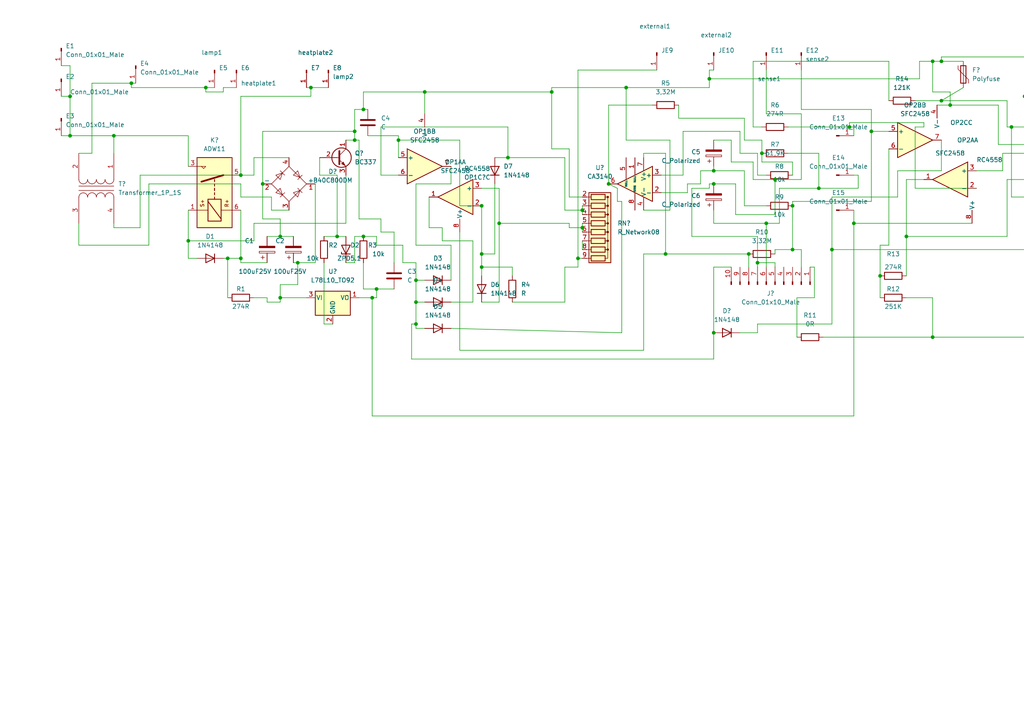
<source format=kicad_sch>
(kicad_sch (version 20211123) (generator eeschema)
  (paper "A4")
  (lib_symbols
    (symbol "Amplifier_Operational:CA3140" (pin_names (offset 0.127))
      (property "Reference" "U" (at 6.35 5.08 0))
      (property "Value" "CA3140" (at 6.35 2.54 0))
      (symbol "CA3140_1_1"
        (pin passive line (at 0 7.62 270) (length 5.08) (name "NULL") (number "1"))
        (pin input line (at -7.62 -2.54 0) (length 2.54) (name "-") (number "2"))
        (pin input line (at -7.62 2.54 0) (length 2.54) (name "+") (number "3"))
        (pin power_in line (at -2.54 -7.62 90) (length 3.81) (name "V-") (number "4"))
        (pin passive line (at 2.54 7.62 270) (length 6.35) (name "NULL") (number "5"))
        (pin output line (at 7.62 0 180) (length 2.54) (name "~") (number "6"))
        (pin power_in line (at -2.54 7.62 270) (length 3.81) (name "V+") (number "7"))
        (pin passive line (at 0 -7.62 90) (length 5.08) (name "STRB") (number "8"))
      )
    )
    (symbol "Amplifier_Operational:RC4558" (pin_names (offset 0.127))
      (property "Reference" "U" (at 0 5.08 0))
      (property "Value" "RC4558" (at 0 -5.08 0))
      (symbol "RC4558_1_1"
        (pin output line (at 7.62 0 180) (length 2.54) (name "~") (number "1"))
        (pin input line (at -7.62 -2.54 0) (length 2.54) (name "-") (number "2"))
        (pin input line (at -7.62 2.54 0) (length 2.54) (name "+") (number "3"))
      )
      (symbol "RC4558_2_1"
        (pin input line (at -7.62 2.54 0) (length 2.54) (name "+") (number "5"))
        (pin input line (at -7.62 -2.54 0) (length 2.54) (name "-") (number "6"))
        (pin output line (at 7.62 0 180) (length 2.54) (name "~") (number "7"))
      )
      (symbol "RC4558_3_1"
        (pin power_in line (at -2.54 -7.62 90) (length 3.81) (name "V-") (number "4"))
        (pin power_in line (at -2.54 7.62 270) (length 3.81) (name "V+") (number "8"))
      )
    )
    (symbol "Connector:Conn_01x01_Male" (pin_names (offset 1.016) hide)
      (property "Reference" "J" (at 0 2.54 0))
      (property "Value" "Conn_01x01_Male" (at 0 -2.54 0))
      (symbol "Conn_01x01_Male_1_1"
        (pin passive line (at 5.08 0 180) (length 3.81) (name "Pin_1") (number "1"))
      )
    )
    (symbol "Connector:Conn_01x10_Male" (pin_names (offset 1.016) hide)
      (property "Reference" "J" (at 0 12.7 0))
      (property "Value" "Conn_01x10_Male" (at 0 -15.24 0))
      (symbol "Conn_01x10_Male_1_1"
        (pin passive line (at 5.08 10.16 180) (length 3.81) (name "Pin_1") (number "1"))
        (pin passive line (at 5.08 -12.7 180) (length 3.81) (name "Pin_10") (number "10"))
        (pin passive line (at 5.08 7.62 180) (length 3.81) (name "Pin_2") (number "2"))
        (pin passive line (at 5.08 5.08 180) (length 3.81) (name "Pin_3") (number "3"))
        (pin passive line (at 5.08 2.54 180) (length 3.81) (name "Pin_4") (number "4"))
        (pin passive line (at 5.08 0 180) (length 3.81) (name "Pin_5") (number "5"))
        (pin passive line (at 5.08 -2.54 180) (length 3.81) (name "Pin_6") (number "6"))
        (pin passive line (at 5.08 -5.08 180) (length 3.81) (name "Pin_7") (number "7"))
        (pin passive line (at 5.08 -7.62 180) (length 3.81) (name "Pin_8") (number "8"))
        (pin passive line (at 5.08 -10.16 180) (length 3.81) (name "Pin_9") (number "9"))
      )
    )
    (symbol "Device:C" (pin_numbers hide) (pin_names (offset 0.254))
      (property "Reference" "C" (at 0.635 2.54 0))
      (property "Value" "C" (at 0.635 -2.54 0))
      (symbol "C_1_1"
        (pin passive line (at 0 3.81 270) (length 2.794) (name "~") (number "1"))
        (pin passive line (at 0 -3.81 90) (length 2.794) (name "~") (number "2"))
      )
    )
    (symbol "Device:C_Polarized" (pin_numbers hide) (pin_names (offset 0.254))
      (property "Reference" "C" (at 0.635 2.54 0))
      (property "Value" "C_Polarized" (at 0.635 -2.54 0))
      (symbol "C_Polarized_1_1"
        (pin passive line (at 0 3.81 270) (length 2.794) (name "~") (number "1"))
        (pin passive line (at 0 -3.81 90) (length 2.794) (name "~") (number "2"))
      )
    )
    (symbol "Device:Polyfuse" (pin_numbers hide) (pin_names (offset 0))
      (property "Reference" "F" (at -2.54 0 90))
      (property "Value" "Polyfuse" (at 2.54 0 90))
      (symbol "Polyfuse_1_1"
        (pin passive line (at 0 3.81 270) (length 1.27) (name "~") (number "1"))
        (pin passive line (at 0 -3.81 90) (length 1.27) (name "~") (number "2"))
      )
    )
    (symbol "Device:R" (pin_numbers hide) (pin_names (offset 0))
      (property "Reference" "R" (at 2.032 0 90))
      (property "Value" "R" (at 0 0 90))
      (symbol "R_1_1"
        (pin passive line (at 0 3.81 270) (length 1.27) (name "~") (number "1"))
        (pin passive line (at 0 -3.81 90) (length 1.27) (name "~") (number "2"))
      )
    )
    (symbol "Device:Transformer_1P_1S" (pin_names (offset 1.016) hide)
      (property "Reference" "T" (at 0 6.35 0))
      (property "Value" "Transformer_1P_1S" (at 0 -7.62 0))
      (symbol "Transformer_1P_1S_1_1"
        (pin passive line (at -10.16 5.08 0) (length 7.62) (name "AA") (number "1"))
        (pin passive line (at -10.16 -5.08 0) (length 7.62) (name "AB") (number "2"))
        (pin passive line (at 10.16 -5.08 180) (length 7.62) (name "SA") (number "3"))
        (pin passive line (at 10.16 5.08 180) (length 7.62) (name "SB") (number "4"))
      )
    )
    (symbol "Diode:1N4148" (pin_numbers hide) (pin_names (offset 1.016) hide)
      (property "Reference" "D" (at 0 2.54 0))
      (property "Value" "1N4148" (at 0 -2.54 0))
      (symbol "1N4148_1_1"
        (pin passive line (at -3.81 0 0) (length 2.54) (name "K") (number "1"))
        (pin passive line (at 3.81 0 180) (length 2.54) (name "A") (number "2"))
      )
    )
    (symbol "Diode:ZPDxx" (pin_numbers hide) (pin_names (offset 1.016) hide)
      (property "Reference" "D" (at 0 2.54 0))
      (property "Value" "ZPDxx" (at 0 -2.54 0))
      (symbol "ZPDxx_1_1"
        (pin passive line (at -3.81 0 0) (length 2.54) (name "K") (number "1"))
        (pin passive line (at 3.81 0 180) (length 2.54) (name "A") (number "2"))
      )
    )
    (symbol "Diode_Bridge:B40C800DM" (pin_names (offset 0))
      (property "Reference" "D" (at 2.54 6.985 0))
      (property "Value" "B40C800DM" (at 2.54 5.08 0))
      (symbol "B40C800DM_1_1"
        (pin passive line (at 7.62 0 180) (length 2.54) (name "+") (number "1"))
        (pin passive line (at -7.62 0 0) (length 2.54) (name "-") (number "2"))
        (pin passive line (at 0 -7.62 90) (length 2.54) (name "~") (number "3"))
        (pin passive line (at 0 7.62 270) (length 2.54) (name "~") (number "4"))
      )
    )
    (symbol "RC4558_1" (pin_names (offset 0.127))
      (property "Reference" "OP1C" (at 8.89 20.3201 0))
      (property "Value" "RC4558_1" (at 8.89 17.7801 0))
      (symbol "RC4558_1_1_1"
        (pin output line (at 7.62 0 180) (length 2.54) (name "~") (number "1"))
        (pin input line (at -7.62 -2.54 0) (length 2.54) (name "-") (number "2"))
        (pin input line (at -7.62 2.54 0) (length 2.54) (name "+") (number "3"))
      )
      (symbol "RC4558_1_2_1"
        (pin input line (at -7.62 2.54 0) (length 2.54) (name "+") (number "5"))
        (pin input line (at -7.62 -2.54 0) (length 2.54) (name "-") (number "6"))
        (pin output line (at 7.62 0 180) (length 2.54) (name "~") (number "7"))
      )
      (symbol "RC4558_1_3_1"
        (pin power_in line (at -2.54 -7.62 90) (length 3.81) (name "V-") (number "4"))
        (pin power_in line (at 7.62 26.67 270) (length 3.81) (name "V+") (number "8"))
      )
    )
    (symbol "R_Network08_1" (pin_names (offset 0) hide)
      (property "Reference" "RN?" (at 10.16 1.0161 0))
      (property "Value" "R_Network08_1" (at 10.16 -1.5239 0))
      (symbol "R_Network08_1_1_1"
        (pin passive line (at -10.16 -5.08 90) (length 1.27) (name "R1") (number "2"))
        (pin passive line (at -7.62 -5.08 90) (length 1.27) (name "R2") (number "3"))
        (pin passive line (at -5.08 -5.08 90) (length 1.27) (name "R3") (number "4"))
        (pin passive line (at -2.54 -5.08 90) (length 1.27) (name "R4") (number "5"))
        (pin passive line (at 0 -5.08 90) (length 1.27) (name "R5") (number "6"))
        (pin passive line (at 2.54 -5.08 90) (length 1.27) (name "R6") (number "7"))
        (pin passive line (at 5.08 -5.08 90) (length 1.27) (name "R7") (number "8"))
        (pin passive line (at 7.62 -5.08 90) (length 1.27) (name "R8") (number "9"))
      )
    )
    (symbol "Regulator_Linear:L78L10_TO92" (pin_names (offset 0.254))
      (property "Reference" "U" (at -3.81 3.175 0))
      (property "Value" "L78L10_TO92" (at 0 3.175 0))
      (symbol "L78L10_TO92_1_1"
        (pin power_out line (at 7.62 0 180) (length 2.54) (name "VO") (number "1"))
        (pin power_in line (at 0 -7.62 90) (length 2.54) (name "GND") (number "2"))
        (pin power_in line (at -7.62 0 0) (length 2.54) (name "VI") (number "3"))
      )
    )
    (symbol "Relay:ADW11"
      (property "Reference" "K" (at 11.43 3.81 0))
      (property "Value" "ADW11" (at 13.97 1.27 0))
      (symbol "ADW11_1_1"
        (text "R+" (at -3.048 -3.556 0) (effects (font (size 1.016 1.016))))
        (text "S+" (at -3.048 3.556 0) (effects (font (size 1.016 1.016))))
        (pin passive line (at -5.08 7.62 270) (length 2.54) (name "~") (number "1"))
        (pin passive line (at 7.62 7.62 270) (length 2.54) (name "~") (number "3"))
        (pin passive line (at 5.08 -7.62 90) (length 2.54) (name "~") (number "5"))
        (pin passive line (at -5.08 -7.62 90) (length 2.54) (name "~") (number "6"))
      )
    )
    (symbol "Transistor_BJT:BC337" (pin_names (offset 0) hide)
      (property "Reference" "Q" (at 5.08 1.905 0))
      (property "Value" "BC337" (at 5.08 0 0))
      (symbol "BC337_1_1"
        (pin passive line (at 2.54 5.08 270) (length 2.54) (name "C") (number "1"))
        (pin input line (at -5.08 0 0) (length 5.08) (name "B") (number "2"))
        (pin passive line (at 2.54 -5.08 90) (length 2.54) (name "E") (number "3"))
      )
    )
  )
  (junction (at 229.87 59.69))
  (junction (at 102.87 38.1))
  (junction (at 168.91 66.04))
  (junction (at 105.41 68.58))
  (junction (at 275.59 30.48))
  (junction (at 270.51 17.78))
  (junction (at 76.2 53.34))
  (junction (at 107.95 86.36))
  (junction (at 167.64 74.93))
  (junction (at 237.49 54.61))
  (junction (at 54.61 69.85))
  (junction (at 246.38 36.83))
  (junction (at 90.17 25.4))
  (junction (at 20.32 27.94))
  (junction (at 20.32 39.37))
  (junction (at 97.79 68.58))
  (junction (at 115.57 40.64))
  (junction (at 123.19 26.67))
  (junction (at 207.01 49.53))
  (junction (at 59.69 25.4))
  (junction (at 160.02 26.67))
  (junction (at 247.65 64.77))
  (junction (at 217.17 73.66))
  (junction (at 262.89 68.58))
  (junction (at 120.65 81.28))
  (junction (at 219.71 76.2))
  (junction (at 224.79 52.07))
  (junction (at 205.74 22.86))
  (junction (at 105.41 31.75))
  (junction (at 222.25 64.77))
  (junction (at 241.3 72.39))
  (junction (at 120.65 87.63))
  (junction (at 168.91 60.96))
  (junction (at 109.22 83.82))
  (junction (at 81.28 86.36))
  (junction (at 229.87 72.39))
  (junction (at 273.05 17.78))
  (junction (at 220.98 44.45))
  (junction (at 270.51 97.79))
  (junction (at 255.27 80.01))
  (junction (at 144.78 64.77))
  (junction (at 69.85 50.8))
  (junction (at 33.02 39.37))
  (junction (at 38.1 24.13))
  (junction (at 193.04 73.66))
  (junction (at 299.72 43.18))
  (junction (at 176.53 53.34))
  (junction (at 69.85 74.93))
  (junction (at 147.32 45.72))
  (junction (at 273.05 29.21))
  (junction (at 207.01 96.52))
  (junction (at 66.04 74.93))
  (junction (at 120.65 93.98))
  (junction (at 81.28 68.58))
  (junction (at 139.7 59.69))
  (junction (at 297.18 27.94))
  (junction (at 181.61 25.4))
  (junction (at 207.01 53.34))
  (junction (at 139.7 77.47))
  (junction (at 293.37 36.83))
  (junction (at 102.87 40.64))
  (junction (at 252.73 38.1))
  (junction (at 139.7 73.66))
  (junction (at 86.36 76.2))
  (wire (pts (xy 77.47 87.63) (xy 81.28 87.63)))
  (wire (pts (xy 116.84 76.2) (xy 116.84 71.12)))
  (wire (pts (xy 300.99 55.88) (xy 300.99 50.8)))
  (wire (pts (xy 104.14 63.5) (xy 110.49 63.5)))
  (wire (pts (xy 179.07 54.61) (xy 176.53 53.34)))
  (wire (pts (xy 214.63 44.45) (xy 214.63 38.1)))
  (wire (pts (xy 199.39 55.88) (xy 199.39 53.34)))
  (wire (pts (xy 297.18 55.88) (xy 300.99 55.88)))
  (wire (pts (xy 260.35 49.53) (xy 260.35 57.15)))
  (wire (pts (xy 297.18 43.18) (xy 297.18 44.45)))
  (wire (pts (xy 297.18 52.07) (xy 297.18 48.26)))
  (wire (pts (xy 292.1 36.83) (xy 293.37 36.83)))
  (wire (pts (xy 207.01 96.52) (xy 207.01 104.14)))
  (wire (pts (xy 186.69 44.45) (xy 193.04 44.45)))
  (wire (pts (xy 69.85 50.8) (xy 69.85 27.94)))
  (wire (pts (xy 106.68 31.75) (xy 105.41 31.75)))
  (wire (pts (xy 279.4 25.4) (xy 273.05 29.21)))
  (wire (pts (xy 54.61 74.93) (xy 57.15 74.93)))
  (wire (pts (xy 119.38 93.98) (xy 119.38 104.14)))
  (wire (pts (xy 299.72 40.64) (xy 302.26 40.64)))
  (wire (pts (xy 241.3 57.15) (xy 241.3 72.39)))
  (wire (pts (xy 120.65 81.28) (xy 123.19 81.28)))
  (wire (pts (xy 270.51 17.78) (xy 266.7 17.78)))
  (wire (pts (xy 273.05 40.64) (xy 273.05 49.53)))
  (wire (pts (xy 144.78 54.61) (xy 144.78 64.77)))
  (wire (pts (xy 120.65 53.34) (xy 120.65 71.12)))
  (wire (pts (xy 81.28 68.58) (xy 85.09 68.58)))
  (wire (pts (xy 120.65 95.25) (xy 123.19 95.25)))
  (wire (pts (xy 130.81 48.26) (xy 130.81 53.34)))
  (wire (pts (xy 20.32 27.94) (xy 20.32 39.37)))
  (wire (pts (xy 124.46 66.04) (xy 128.27 66.04)))
  (wire (pts (xy 64.77 25.4) (xy 64.77 26.67)))
  (wire (pts (xy 297.18 57.15) (xy 293.37 57.15)))
  (wire (pts (xy 100.33 50.8) (xy 100.33 64.77)))
  (wire (pts (xy 76.2 63.5) (xy 81.28 63.5)))
  (wire (pts (xy 205.74 53.34) (xy 207.01 53.34)))
  (wire (pts (xy 292.1 68.58) (xy 262.89 68.58)))
  (wire (pts (xy 139.7 77.47) (xy 139.7 80.01)))
  (wire (pts (xy 109.22 71.12) (xy 109.22 68.58)))
  (wire (pts (xy 224.79 72.39) (xy 224.79 73.66)))
  (wire (pts (xy 107.95 120.65) (xy 107.95 86.36)))
  (wire (pts (xy 54.61 60.96) (xy 54.61 69.85)))
  (wire (pts (xy 90.17 25.4) (xy 95.25 25.4)))
  (wire (pts (xy 205.74 54.61) (xy 205.74 53.34)))
  (wire (pts (xy 119.38 93.98) (xy 120.65 93.98)))
  (wire (pts (xy 215.9 59.69) (xy 222.25 59.69)))
  (wire (pts (xy 199.39 53.34) (xy 203.2 53.34)))
  (wire (pts (xy 144.78 87.63) (xy 144.78 64.77)))
  (wire (pts (xy 120.65 76.2) (xy 116.84 76.2)))
  (wire (pts (xy 20.32 39.37) (xy 33.02 39.37)))
  (wire (pts (xy 81.28 86.36) (xy 81.28 82.55)))
  (wire (pts (xy 102.87 38.1) (xy 102.87 40.64)))
  (wire (pts (xy 105.41 26.67) (xy 123.19 26.67)))
  (wire (pts (xy 205.74 20.32) (xy 205.74 22.86)))
  (wire (pts (xy 110.49 63.5) (xy 110.49 67.31)))
  (wire (pts (xy 40.64 66.04) (xy 33.02 66.04)))
  (wire (pts (xy 237.49 44.45) (xy 228.6 44.45)))
  (wire (pts (xy 237.49 54.61) (xy 237.49 44.45)))
  (wire (pts (xy 73.66 86.36) (xy 77.47 86.36)))
  (wire (pts (xy 196.85 34.29) (xy 196.85 30.48)))
  (wire (pts (xy 143.51 45.72) (xy 147.32 45.72)))
  (wire (pts (xy 297.18 34.29) (xy 297.18 27.94)))
  (wire (pts (xy 38.1 24.13) (xy 39.37 24.13)))
  (wire (pts (xy 300.99 36.83) (xy 300.99 38.1)))
  (wire (pts (xy 293.37 57.15) (xy 293.37 36.83)))
  (wire (pts (xy 232.41 31.75) (xy 252.73 31.75)))
  (wire (pts (xy 193.04 44.45) (xy 193.04 73.66)))
  (wire (pts (xy 219.71 93.98) (xy 219.71 96.52)))
  (wire (pts (xy 212.09 40.64) (xy 212.09 46.99)))
  (wire (pts (xy 247.65 64.77) (xy 247.65 120.65)))
  (wire (pts (xy 73.66 64.77) (xy 73.66 69.85)))
  (wire (pts (xy 273.05 17.78) (xy 270.51 17.78)))
  (wire (pts (xy 232.41 72.39) (xy 229.87 72.39)))
  (wire (pts (xy 66.04 74.93) (xy 64.77 74.93)))
  (wire (pts (xy 100.33 76.2) (xy 102.87 76.2)))
  (wire (pts (xy 93.98 76.2) (xy 93.98 93.98)))
  (wire (pts (xy 297.18 59.69) (xy 302.26 59.69)))
  (wire (pts (xy 77.47 86.36) (xy 77.47 87.63)))
  (wire (pts (xy 270.51 26.67) (xy 275.59 26.67)))
  (wire (pts (xy 92.71 45.72) (xy 92.71 50.8)))
  (wire (pts (xy 81.28 63.5) (xy 81.28 68.58)))
  (wire (pts (xy 168.91 60.96) (xy 168.91 62.23)))
  (wire (pts (xy 38.1 25.4) (xy 38.1 24.13)))
  (wire (pts (xy 237.49 54.61) (xy 248.92 54.61)))
  (wire (pts (xy 128.27 69.85) (xy 137.16 69.85)))
  (wire (pts (xy 207.01 53.34) (xy 213.36 53.34)))
  (wire (pts (xy 200.66 54.61) (xy 205.74 54.61)))
  (wire (pts (xy 247.65 36.83) (xy 247.65 39.37)))
  (wire (pts (xy 232.41 77.47) (xy 232.41 72.39)))
  (wire (pts (xy 220.98 44.45) (xy 220.98 40.64)))
  (wire (pts (xy 238.76 97.79) (xy 270.51 97.79)))
  (wire (pts (xy 248.92 54.61) (xy 248.92 50.8)))
  (wire (pts (xy 265.43 29.21) (xy 273.05 29.21)))
  (wire (pts (xy 290.83 44.45) (xy 297.18 44.45)))
  (wire (pts (xy 215.9 49.53) (xy 215.9 59.69)))
  (wire (pts (xy 267.97 36.83) (xy 265.43 36.83)))
  (wire (pts (xy 222.25 64.77) (xy 226.06 64.77)))
  (wire (pts (xy 17.78 39.37) (xy 20.32 39.37)))
  (wire (pts (xy 207.01 77.47) (xy 207.01 96.52)))
  (wire (pts (xy 262.89 52.07) (xy 262.89 68.58)))
  (wire (pts (xy 147.32 45.72) (xy 163.83 45.72)))
  (wire (pts (xy 165.1 66.04) (xy 168.91 66.04)))
  (wire (pts (xy 104.14 40.64) (xy 104.14 63.5)))
  (wire (pts (xy 229.87 46.99) (xy 220.98 46.99)))
  (wire (pts (xy 218.44 36.83) (xy 218.44 17.78)))
  (wire (pts (xy 139.7 54.61) (xy 144.78 54.61)))
  (wire (pts (xy 78.74 57.15) (xy 78.74 60.96)))
  (wire (pts (xy 43.18 71.12) (xy 22.86 71.12)))
  (wire (pts (xy 218.44 46.99) (xy 218.44 52.07)))
  (wire (pts (xy 207.01 48.26) (xy 207.01 49.53)))
  (wire (pts (xy 109.22 83.82) (xy 109.22 86.36)))
  (wire (pts (xy 205.74 22.86) (xy 205.74 25.4)))
  (wire (pts (xy 69.85 53.34) (xy 69.85 57.15)))
  (wire (pts (xy 116.84 71.12) (xy 109.22 71.12)))
  (wire (pts (xy 302.26 45.72) (xy 299.72 45.72)))
  (wire (pts (xy 33.02 39.37) (xy 33.02 44.45)))
  (wire (pts (xy 90.17 27.94) (xy 90.17 25.4)))
  (wire (pts (xy 265.43 54.61) (xy 283.21 54.61)))
  (wire (pts (xy 186.69 73.66) (xy 193.04 73.66)))
  (wire (pts (xy 69.85 50.8) (xy 40.64 50.8)))
  (wire (pts (xy 73.66 50.8) (xy 69.85 50.8)))
  (wire (pts (xy 297.18 52.07) (xy 292.1 52.07)))
  (wire (pts (xy 255.27 80.01) (xy 255.27 86.36)))
  (wire (pts (xy 20.32 19.05) (xy 20.32 27.94)))
  (wire (pts (xy 163.83 77.47) (xy 163.83 87.63)))
  (wire (pts (xy 43.18 53.34) (xy 43.18 71.12)))
  (wire (pts (xy 179.07 58.42) (xy 179.07 54.61)))
  (wire (pts (xy 281.94 64.77) (xy 247.65 64.77)))
  (wire (pts (xy 137.16 87.63) (xy 130.81 87.63)))
  (wire (pts (xy 76.2 38.1) (xy 76.2 53.34)))
  (wire (pts (xy 212.09 77.47) (xy 207.01 77.47)))
  (wire (pts (xy 213.36 62.23) (xy 224.79 62.23)))
  (wire (pts (xy 120.65 93.98) (xy 120.65 95.25)))
  (wire (pts (xy 68.58 25.4) (xy 64.77 25.4)))
  (wire (pts (xy 217.17 77.47) (xy 217.17 73.66)))
  (wire (pts (xy 266.7 22.86) (xy 205.74 22.86)))
  (wire (pts (xy 267.97 35.56) (xy 267.97 36.83)))
  (wire (pts (xy 207.01 64.77) (xy 222.25 64.77)))
  (wire (pts (xy 115.57 50.8) (xy 110.49 50.8)))
  (wire (pts (xy 299.72 43.18) (xy 302.26 43.18)))
  (wire (pts (xy 163.83 45.72) (xy 163.83 60.96)))
  (wire (pts (xy 105.41 83.82) (xy 109.22 83.82)))
  (wire (pts (xy 260.35 57.15) (xy 241.3 57.15)))
  (wire (pts (xy 85.09 76.2) (xy 86.36 76.2)))
  (wire (pts (xy 26.67 24.13) (xy 38.1 24.13)))
  (wire (pts (xy 247.65 120.65) (xy 107.95 120.65)))
  (wire (pts (xy 165.1 64.77) (xy 165.1 66.04)))
  (wire (pts (xy 115.57 39.37) (xy 106.68 39.37)))
  (wire (pts (xy 54.61 39.37) (xy 54.61 48.26)))
  (wire (pts (xy 115.57 45.72) (xy 115.57 40.64)))
  (wire (pts (xy 241.3 72.39) (xy 241.3 93.98)))
  (wire (pts (xy 139.7 73.66) (xy 139.7 77.47)))
  (wire (pts (xy 133.35 40.64) (xy 133.35 59.69)))
  (wire (pts (xy 143.51 73.66) (xy 139.7 73.66)))
  (wire (pts (xy 40.64 50.8) (xy 40.64 66.04)))
  (wire (pts (xy 219.71 76.2) (xy 219.71 77.47)))
  (wire (pts (xy 109.22 86.36) (xy 107.95 86.36)))
  (wire (pts (xy 128.27 66.04) (xy 128.27 69.85)))
  (wire (pts (xy 160.02 43.18) (xy 160.02 26.67)))
  (wire (pts (xy 215.9 34.29) (xy 196.85 34.29)))
  (wire (pts (xy 130.81 53.34) (xy 120.65 53.34)))
  (wire (pts (xy 69.85 27.94) (xy 90.17 27.94)))
  (wire (pts (xy 147.32 36.83) (xy 147.32 45.72)))
  (wire (pts (xy 297.18 72.39) (xy 241.3 72.39)))
  (wire (pts (xy 267.97 35.56) (xy 246.38 35.56)))
  (wire (pts (xy 176.53 30.48) (xy 189.23 30.48)))
  (wire (pts (xy 252.73 31.75) (xy 252.73 38.1)))
  (wire (pts (xy 222.25 20.32) (xy 222.25 33.02)))
  (wire (pts (xy 105.41 31.75) (xy 102.87 31.75)))
  (wire (pts (xy 97.79 50.8) (xy 97.79 68.58)))
  (wire (pts (xy 102.87 40.64) (xy 104.14 40.64)))
  (wire (pts (xy 17.78 19.05) (xy 20.32 19.05)))
  (wire (pts (xy 167.64 77.47) (xy 163.83 77.47)))
  (wire (pts (xy 139.7 59.69) (xy 139.7 73.66)))
  (wire (pts (xy 194.31 40.64) (xy 194.31 60.96)))
  (wire (pts (xy 314.96 97.79) (xy 314.96 27.94)))
  (wire (pts (xy 160.02 25.4) (xy 181.61 25.4)))
  (wire (pts (xy 148.59 87.63) (xy 163.83 87.63)))
  (wire (pts (xy 92.71 50.8) (xy 97.79 50.8)))
  (wire (pts (xy 302.26 34.29) (xy 302.26 35.56)))
  (wire (pts (xy 224.79 76.2) (xy 219.71 76.2)))
  (wire (pts (xy 252.73 38.1) (xy 257.81 38.1)))
  (wire (pts (xy 297.18 27.94) (xy 314.96 27.94)))
  (wire (pts (xy 59.69 25.4) (xy 38.1 25.4)))
  (wire (pts (xy 168.91 57.15) (xy 165.1 57.15)))
  (wire (pts (xy 160.02 25.4) (xy 160.02 26.67)))
  (wire (pts (xy 229.87 58.42) (xy 229.87 59.69)))
  (wire (pts (xy 69.85 60.96) (xy 69.85 74.93)))
  (wire (pts (xy 110.49 36.83) (xy 147.32 36.83)))
  (wire (pts (xy 180.34 58.42) (xy 179.07 58.42)))
  (wire (pts (xy 289.56 30.48) (xy 289.56 41.91)))
  (wire (pts (xy 273.05 29.21) (xy 292.1 29.21)))
  (wire (pts (xy 248.92 50.8) (xy 247.65 50.8)))
  (wire (pts (xy 69.85 57.15) (xy 78.74 57.15)))
  (wire (pts (xy 93.98 68.58) (xy 97.79 68.58)))
  (wire (pts (xy 33.02 39.37) (xy 54.61 39.37)))
  (wire (pts (xy 105.41 76.2) (xy 105.41 83.82)))
  (wire (pts (xy 59.69 26.67) (xy 59.69 25.4)))
  (wire (pts (xy 222.25 33.02) (xy 232.41 33.02)))
  (wire (pts (xy 120.65 87.63) (xy 120.65 93.98)))
  (wire (pts (xy 271.78 30.48) (xy 275.59 30.48)))
  (wire (pts (xy 176.53 53.34) (xy 176.53 30.48)))
  (wire (pts (xy 119.38 104.14) (xy 207.01 104.14)))
  (wire (pts (xy 255.27 71.12) (xy 255.27 80.01)))
  (wire (pts (xy 219.71 68.58) (xy 219.71 76.2)))
  (wire (pts (xy 297.18 34.29) (xy 302.26 34.29)))
  (wire (pts (xy 148.59 80.01) (xy 148.59 77.47)))
  (wire (pts (xy 168.91 60.96) (xy 163.83 60.96)))
  (wire (pts (xy 180.34 96.52) (xy 180.34 58.42)))
  (wire (pts (xy 226.06 54.61) (xy 226.06 64.77)))
  (wire (pts (xy 246.38 35.56) (xy 246.38 36.83)))
  (wire (pts (xy 93.98 93.98) (xy 96.52 93.98)))
  (wire (pts (xy 54.61 69.85) (xy 54.61 74.93)))
  (wire (pts (xy 81.28 87.63) (xy 81.28 86.36)))
  (wire (pts (xy 102.87 31.75) (xy 102.87 38.1)))
  (wire (pts (xy 270.51 86.36) (xy 270.51 97.79)))
  (wire (pts (xy 120.65 81.28) (xy 120.65 87.63)))
  (wire (pts (xy 228.6 36.83) (xy 246.38 36.83)))
  (wire (pts (xy 279.4 17.78) (xy 273.05 17.78)))
  (wire (pts (xy 283.21 49.53) (xy 290.83 49.53)))
  (wire (pts (xy 69.85 76.2) (xy 77.47 76.2)))
  (wire (pts (xy 76.2 53.34) (xy 76.2 63.5)))
  (wire (pts (xy 257.81 71.12) (xy 255.27 71.12)))
  (wire (pts (xy 212.09 46.99) (xy 218.44 46.99)))
  (wire (pts (xy 297.18 27.94) (xy 297.18 16.51)))
  (wire (pts (xy 114.3 67.31) (xy 114.3 76.2)))
  (wire (pts (xy 22.86 44.45) (xy 26.67 44.45)))
  (wire (pts (xy 160.02 43.18) (xy 165.1 43.18)))
  (wire (pts (xy 222.25 50.8) (xy 219.71 50.8)))
  (wire (pts (xy 107.95 86.36) (xy 104.14 86.36)))
  (wire (pts (xy 69.85 76.2) (xy 69.85 74.93)))
  (wire (pts (xy 100.33 40.64) (xy 102.87 40.64)))
  (wire (pts (xy 275.59 26.67) (xy 275.59 30.48)))
  (wire (pts (xy 252.73 58.42) (xy 229.87 58.42)))
  (wire (pts (xy 110.49 50.8) (xy 110.49 36.83)))
  (wire (pts (xy 186.69 73.66) (xy 186.69 101.6)))
  (wire (pts (xy 200.66 68.58) (xy 200.66 54.61)))
  (wire (pts (xy 252.73 38.1) (xy 252.73 58.42)))
  (wire (pts (xy 297.18 16.51) (xy 273.05 16.51)))
  (wire (pts (xy 102.87 68.58) (xy 105.41 68.58)))
  (wire (pts (xy 168.91 66.04) (xy 168.91 67.31)))
  (wire (pts (xy 73.66 45.72) (xy 73.66 50.8)))
  (wire (pts (xy 232.41 20.32) (xy 232.41 31.75)))
  (wire (pts (xy 168.91 69.85) (xy 168.91 72.39)))
  (wire (pts (xy 262.89 86.36) (xy 270.51 86.36)))
  (wire (pts (xy 273.05 16.51) (xy 273.05 17.78)))
  (wire (pts (xy 194.31 60.96) (xy 186.69 60.96)))
  (wire (pts (xy 105.41 26.67) (xy 105.41 31.75)))
  (wire (pts (xy 123.19 26.67) (xy 123.19 33.02)))
  (wire (pts (xy 110.49 67.31) (xy 114.3 67.31)))
  (wire (pts (xy 22.86 71.12) (xy 22.86 64.77)))
  (wire (pts (xy 302.26 53.34) (xy 302.26 59.69)))
  (wire (pts (xy 167.64 74.93) (xy 168.91 74.93)))
  (wire (pts (xy 297.18 59.69) (xy 297.18 72.39)))
  (wire (pts (xy 270.51 97.79) (xy 314.96 97.79)))
  (wire (pts (xy 213.36 53.34) (xy 213.36 62.23)))
  (wire (pts (xy 130.81 71.12) (xy 130.81 81.28)))
  (wire (pts (xy 246.38 36.83) (xy 247.65 36.83)))
  (wire (pts (xy 69.85 74.93) (xy 66.04 74.93)))
  (wire (pts (xy 186.69 101.6) (xy 133.35 101.6)))
  (wire (pts (xy 198.12 50.8) (xy 191.77 50.8)))
  (wire (pts (xy 165.1 57.15) (xy 165.1 43.18)))
  (wire (pts (xy 186.69 45.72) (xy 186.69 44.45)))
  (wire (pts (xy 190.5 20.32) (xy 167.64 20.32)))
  (wire (pts (xy 97.79 68.58) (xy 100.33 68.58)))
  (wire (pts (xy 62.23 25.4) (xy 59.69 25.4)))
  (wire (pts (xy 181.61 40.64) (xy 194.31 40.64)))
  (wire (pts (xy 275.59 30.48) (xy 289.56 30.48)))
  (wire (pts (xy 130.81 95.25) (xy 180.34 96.52)))
  (wire (pts (xy 83.82 45.72) (xy 73.66 45.72)))
  (wire (pts (xy 203.2 53.34) (xy 203.2 49.53)))
  (wire (pts (xy 26.67 44.45) (xy 26.67 24.13)))
  (wire (pts (xy 292.1 52.07) (xy 292.1 68.58)))
  (wire (pts (xy 66.04 74.93) (xy 66.04 86.36)))
  (wire (pts (xy 224.79 52.07) (xy 232.41 52.07)))
  (wire (pts (xy 207.01 40.64) (xy 212.09 40.64)))
  (wire (pts (xy 266.7 17.78) (xy 266.7 22.86)))
  (wire (pts (xy 267.97 52.07) (xy 262.89 52.07)))
  (wire (pts (xy 81.28 82.55) (xy 86.36 82.55)))
  (wire (pts (xy 229.87 50.8) (xy 229.87 46.99)))
  (wire (pts (xy 222.25 77.47) (xy 222.25 64.77)))
  (wire (pts (xy 229.87 72.39) (xy 224.79 72.39)))
  (wire (pts (xy 139.7 77.47) (xy 148.59 77.47)))
  (wire (pts (xy 167.64 20.32) (xy 167.64 74.93)))
  (wire (pts (xy 64.77 26.67) (xy 59.69 26.67)))
  (wire (pts (xy 219.71 50.8) (xy 219.71 44.45)))
  (wire (pts (xy 247.65 60.96) (xy 247.65 64.77)))
  (wire (pts (xy 220.98 40.64) (xy 215.9 40.64)))
  (wire (pts (xy 214.63 38.1) (xy 198.12 38.1)))
  (wire (pts (xy 219.71 96.52) (xy 214.63 96.52)))
  (wire (pts (xy 193.04 73.66) (xy 217.17 73.66)))
  (wire (pts (xy 207.01 49.53) (xy 215.9 49.53)))
  (wire (pts (xy 105.41 68.58) (xy 109.22 68.58)))
  (wire (pts (xy 88.9 25.4) (xy 90.17 25.4)))
  (wire (pts (xy 207.01 20.32) (xy 205.74 20.32)))
  (wire (pts (xy 137.16 69.85) (xy 137.16 87.63)))
  (wire (pts (xy 297.18 57.15) (xy 297.18 55.88)))
  (wire (pts (xy 133.35 67.31) (xy 133.35 101.6)))
  (wire (pts (xy 102.87 38.1) (xy 76.2 38.1)))
  (wire (pts (xy 168.91 59.69) (xy 168.91 60.96)))
  (wire (pts (xy 207.01 60.96) (xy 207.01 64.77)))
  (wire (pts (xy 297.18 48.26) (xy 302.26 48.26)))
  (wire (pts (xy 168.91 64.77) (xy 168.91 66.04)))
  (wire (pts (xy 270.51 17.78) (xy 270.51 26.67)))
  (wire (pts (xy 100.33 64.77) (xy 73.66 64.77)))
  (wire (pts (xy 265.43 36.83) (xy 265.43 54.61)))
  (wire (pts (xy 289.56 41.91) (xy 299.72 41.91)))
  (wire (pts (xy 144.78 64.77) (xy 165.1 64.77)))
  (wire (pts (xy 205.74 25.4) (xy 181.61 25.4)))
  (wire (pts (xy 257.81 43.18) (xy 257.81 71.12)))
  (wire (pts (xy 220.98 36.83) (xy 218.44 36.83)))
  (wire (pts (xy 232.41 33.02) (xy 232.41 52.07)))
  (wire (pts (xy 17.78 27.94) (xy 20.32 27.94)))
  (wire (pts (xy 218.44 17.78) (xy 257.81 17.78)))
  (wire (pts (xy 220.98 44.45) (xy 220.98 46.99)))
  (wire (pts (xy 120.65 87.63) (xy 123.19 87.63)))
  (wire (pts (xy 297.18 43.18) (xy 299.72 43.18)))
  (wire (pts (xy 224.79 52.07) (xy 224.79 62.23)))
  (wire (pts (xy 219.71 44.45) (xy 214.63 44.45)))
  (wire (pts (xy 133.35 59.69) (xy 139.7 59.69)))
  (wire (pts (xy 81.28 86.36) (xy 88.9 86.36)))
  (wire (pts (xy 78.74 60.96) (xy 83.82 60.96)))
  (wire (pts (xy 224.79 77.47) (xy 224.79 76.2)))
  (wire (pts (xy 241.3 93.98) (xy 219.71 93.98)))
  (wire (pts (xy 231.14 86.36) (xy 231.14 97.79)))
  (wire (pts (xy 120.65 76.2) (xy 120.65 81.28)))
  (wire (pts (xy 143.51 53.34) (xy 143.51 73.66)))
  (wire (pts (xy 226.06 54.61) (xy 237.49 54.61)))
  (wire (pts (xy 198.12 38.1) (xy 198.12 50.8)))
  (wire (pts (xy 167.64 74.93) (xy 167.64 77.47)))
  (wire (pts (xy 292.1 29.21) (xy 292.1 36.83)))
  (wire (pts (xy 123.19 26.67) (xy 160.02 26.67)))
  (wire (pts (xy 262.89 68.58) (xy 262.89 80.01)))
  (wire (pts (xy 300.99 50.8) (xy 302.26 50.8)))
  (wire (pts (xy 115.57 40.64) (xy 115.57 39.37)))
  (wire (pts (xy 120.65 71.12) (xy 130.81 71.12)))
  (wire (pts (xy 203.2 49.53) (xy 207.01 49.53)))
  (wire (pts (xy 109.22 83.82) (xy 114.3 83.82)))
  (wire (pts (xy 257.81 17.78) (xy 257.81 29.21)))
  (wire (pts (xy 73.66 69.85) (xy 54.61 69.85)))
  (wire (pts (xy 102.87 76.2) (xy 102.87 68.58)))
  (wire (pts (xy 236.22 86.36) (xy 231.14 86.36)))
  (wire (pts (xy 191.77 55.88) (xy 199.39 55.88)))
  (wire (pts (xy 236.22 77.47) (xy 236.22 86.36)))
  (wire (pts (xy 273.05 49.53) (xy 260.35 49.53)))
  (wire (pts (xy 139.7 87.63) (xy 144.78 87.63)))
  (wire (pts (xy 293.37 36.83) (xy 300.99 36.83)))
  (wire (pts (xy 218.44 52.07) (xy 224.79 52.07)))
  (wire (pts (xy 124.46 57.15) (xy 124.46 66.04)))
  (wire (pts (xy 43.18 53.34) (xy 69.85 53.34)))
  (wire (pts (xy 86.36 76.2) (xy 91.44 76.2)))
  (wire (pts (xy 115.57 40.64) (xy 133.35 40.64)))
  (wire (pts (xy 91.44 53.34) (xy 91.44 76.2)))
  (wire (pts (xy 300.99 38.1) (xy 302.26 38.1)))
  (wire (pts (xy 77.47 68.58) (xy 81.28 68.58)))
  (wire (pts (xy 181.61 25.4) (xy 181.61 40.64)))
  (wire (pts (xy 86.36 76.2) (xy 86.36 82.55)))
  (wire (pts (xy 299.72 41.91) (xy 299.72 40.64)))
  (wire (pts (xy 215.9 40.64) (xy 215.9 34.29)))
  (wire (pts (xy 219.71 68.58) (xy 200.66 68.58)))
  (wire (pts (xy 299.72 43.18) (xy 299.72 45.72)))
  (wire (pts (xy 234.95 77.47) (xy 236.22 77.47)))
  (wire (pts (xy 229.87 59.69) (xy 229.87 72.39)))
  (wire (pts (xy 33.02 66.04) (xy 33.02 64.77)))
  (wire (pts (xy 290.83 49.53) (xy 290.83 44.45)))
  (symbol (lib_id "Device:R") (at 105.41 72.39 180) (unit 1)
    (property "Reference" "R3" (at 106.68 71.12 0) (effects (justify right)))
    (property "Value" "10k" (at 107.95 73.6599 0) (effects (justify right)))
  )
  (symbol (lib_id "Connector:Conn_01x01_Male") (at 242.57 60.96 0) (unit 1)
    (property "Reference" "E15" (at 243.205 55.88 0))
    (property "Value" "Conn_01x01_Male" (at 243.205 58.42 0))
  )
  (symbol (lib_id "Amplifier_Operational:RC4558") (at 132.08 57.15 0) (mirror y) (unit 1)
    (property "Reference" "OP1A" (at 132.08 46.99 0))
    (property "Value" "SFC2458" (at 132.08 49.53 0))
    (property "Datasheet" "http://www.ti.com/lit/ds/symlink/rc4558.pdf" (effects hide))
  )
  (symbol (lib_id "Device:C_Polarized") (at 77.47 72.39 0) (mirror x) (unit 1)
    (property "Reference" "C1" (at 73.66 69.85 0) (effects (justify right)))
    (property "Value" "100uF25V" (at 78.74 78.74 0) (effects (justify right)))
  )
  (symbol (lib_id "Connector:Conn_01x01_Male") (at 88.9 20.32 270) (unit 1)
    (property "Reference" "E7" (at 90.17 19.6849 90) (effects (justify left)))
    (property "Value" "heatplate2" (at 86.36 15.24 90) (effects (justify left)))
  )
  (symbol (lib_id "Device:C_Polarized") (at 207.01 44.45 0) (mirror x) (unit 1)
    (property "Reference" "C5" (at 203.2 44.0689 0) (effects (justify right)))
    (property "Value" "C_Polarized" (at 203.2 46.6089 0) (effects (justify right)))
  )
  (symbol (lib_id "Connector:Conn_01x01_Male") (at 68.58 20.32 270) (unit 1)
    (property "Reference" "E6" (at 69.85 19.6849 90) (effects (justify left)))
    (property "Value" "heatplate1" (at 69.85 24.13 90) (effects (justify left)))
  )
  (symbol (lib_id "Device:R") (at 259.08 86.36 270) (unit 1)
    (property "Reference" "R12" (at 259.08 83.82 90))
    (property "Value" "251K" (at 259.08 88.9 90))
  )
  (symbol (lib_name "RC4558_1") (lib_id "Amplifier_Operational:RC4558") (at 274.32 38.1 0) (mirror x) (unit 3)
    (property "Reference" "OP2C" (at 275.59 35.56 0) (effects (justify left)))
    (property "Value" "RC4558" (at 283.21 46.3551 0) (effects (justify left)))
    (property "Datasheet" "http://www.ti.com/lit/ds/symlink/rc4558.pdf" (effects hide))
  )
  (symbol (lib_id "Diode:1N4148") (at 127 95.25 0) (mirror y) (unit 1)
    (property "Reference" "D5" (at 127 88.9 0))
    (property "Value" "1N4148" (at 127 91.44 0))
    (property "Footprint" "Diode_THT:D_DO-35_SOD27_P7.62mm_Horizontal" (effects hide))
    (property "Datasheet" "https://assets.nexperia.com/documents/data-sheet/1N4148_1N4448.pdf" (effects hide))
  )
  (symbol (lib_id "Device:R") (at 226.06 59.69 270) (unit 1)
    (property "Reference" "R9" (at 226.06 57.15 90))
    (property "Value" "10k" (at 226.06 62.23 90))
  )
  (symbol (lib_id "Device:R") (at 224.79 36.83 270) (unit 1)
    (property "Reference" "R6" (at 224.79 30.48 90))
    (property "Value" "274R" (at 224.79 33.02 90))
  )
  (symbol (lib_id "Connector:Conn_01x01_Male") (at 207.01 15.24 270) (unit 1)
    (property "Reference" "JE10" (at 208.28 14.6049 90) (effects (justify left)))
    (property "Value" "external2" (at 203.2 10.16 90) (effects (justify left)))
  )
  (symbol (lib_id "Amplifier_Operational:RC4558") (at 265.43 40.64 0) (unit 2)
    (property "Reference" "OP2B" (at 265.43 30.48 0))
    (property "Value" "SFC2458" (at 265.43 33.02 0))
    (property "Datasheet" "http://www.ti.com/lit/ds/symlink/rc4558.pdf" (effects hide))
  )
  (symbol (lib_id "Diode:1N4148") (at 210.82 96.52 0) (mirror y) (unit 1)
    (property "Reference" "D?" (at 210.82 90.17 0))
    (property "Value" "1N4148" (at 210.82 92.71 0))
    (property "Footprint" "Diode_THT:D_DO-35_SOD27_P7.62mm_Horizontal" (effects hide))
    (property "Datasheet" "https://assets.nexperia.com/documents/data-sheet/1N4148_1N4448.pdf" (effects hide))
  )
  (symbol (lib_id "Connector:Conn_01x01_Male") (at 95.25 20.32 270) (unit 1)
    (property "Reference" "E8" (at 96.52 19.6849 90) (effects (justify left)))
    (property "Value" "lamp2" (at 96.52 22.2249 90) (effects (justify left)))
  )
  (symbol (lib_id "Connector:Conn_01x01_Male") (at 62.23 20.32 270) (unit 1)
    (property "Reference" "E5" (at 63.5 19.6849 90) (effects (justify left)))
    (property "Value" "lamp1" (at 58.42 15.24 90) (effects (justify left)))
  )
  (symbol (lib_id "Connector:Conn_01x01_Male") (at 242.57 39.37 0) (unit 1)
    (property "Reference" "E13" (at 243.205 34.29 0))
    (property "Value" "Conn_01x01_Male" (at 243.205 36.83 0))
  )
  (symbol (lib_name "RC4558_1") (lib_id "Amplifier_Operational:RC4558") (at 125.73 40.64 0) (mirror x) (unit 3)
    (property "Reference" "OP1C?" (at 134.62 51.4351 0) (effects (justify left)))
    (property "Value" "RC4558" (at 134.62 48.8951 0) (effects (justify left)))
    (property "Datasheet" "http://www.ti.com/lit/ds/symlink/rc4558.pdf" (effects hide))
  )
  (symbol (lib_id "Diode:1N4148") (at 127 81.28 0) (mirror y) (unit 1)
    (property "Reference" "D3" (at 127 74.93 0))
    (property "Value" "1N4148" (at 127 77.47 0))
    (property "Footprint" "Diode_THT:D_DO-35_SOD27_P7.62mm_Horizontal" (effects hide))
    (property "Datasheet" "https://assets.nexperia.com/documents/data-sheet/1N4148_1N4448.pdf" (effects hide))
  )
  (symbol (lib_id "Amplifier_Operational:RC4558") (at 123.19 48.26 0) (unit 2)
    (property "Reference" "OP1B" (at 123.19 38.1 0))
    (property "Value" "SFC2458" (at 123.19 40.64 0))
    (property "Datasheet" "http://www.ti.com/lit/ds/symlink/rc4558.pdf" (effects hide))
  )
  (symbol (lib_id "Device:R") (at 224.79 44.45 270) (unit 1)
    (property "Reference" "R7" (at 224.79 41.91 90))
    (property "Value" "61,9K" (at 224.79 44.45 90))
  )
  (symbol (lib_id "Diode:ZPDxx") (at 100.33 72.39 90) (unit 1)
    (property "Reference" "D2" (at 101.6 71.12 90) (effects (justify right)))
    (property "Value" "ZPD5.1" (at 97.79 74.93 90) (effects (justify right)))
    (property "Footprint" "Diode_THT:D_DO-35_SOD27_P10.16mm_Horizontal" (effects hide))
    (property "Datasheet" "http://diotec.com/tl_files/diotec/files/pdf/datasheets/zpd1" (effects hide))
  )
  (symbol (lib_name "R_Network08_1") (lib_id "Device:R_Network08") (at 173.99 67.31 270) (unit 1)
    (property "Reference" "RN?" (at 179.07 64.7699 90) (effects (justify left)))
    (property "Value" "R_Network08" (at 179.07 67.3099 90) (effects (justify left)))
    (property "Footprint" "Resistor_THT:R_Array_SIP9" (effects hide))
    (property "Datasheet" "http://www.vishay.com/docs/31509/csc.pdf" (effects hide))
  )
  (symbol (lib_id "Diode:1N4148") (at 139.7 83.82 270) (mirror x) (unit 1)
    (property "Reference" "D6" (at 142.24 82.5499 90) (effects (justify left)))
    (property "Value" "1N4148" (at 142.24 85.0899 90) (effects (justify left)))
    (property "Footprint" "Diode_THT:D_DO-35_SOD27_P7.62mm_Horizontal" (effects hide))
    (property "Datasheet" "https://assets.nexperia.com/documents/data-sheet/1N4148_1N4448.pdf" (effects hide))
  )
  (symbol (lib_id "Device:R") (at 148.59 83.82 180) (unit 1)
    (property "Reference" "R4" (at 151.13 82.5499 0) (effects (justify right)))
    (property "Value" "R" (at 151.13 85.0899 0) (effects (justify right)))
  )
  (symbol (lib_id "Device:C") (at 106.68 35.56 0) (unit 1)
    (property "Reference" "C4" (at 110.49 34.2899 0) (effects (justify left)))
    (property "Value" "C" (at 110.49 36.8299 0) (effects (justify left)))
  )
  (symbol (lib_id "Device:R") (at 193.04 30.48 270) (unit 1)
    (property "Reference" "R5" (at 193.04 24.13 90))
    (property "Value" "3,32M" (at 193.04 26.67 90))
  )
  (symbol (lib_id "Device:C") (at 114.3 80.01 0) (unit 1)
    (property "Reference" "C3" (at 118.11 78.7399 0) (effects (justify left)))
    (property "Value" "C" (at 118.11 81.2799 0) (effects (justify left)))
  )
  (symbol (lib_id "Connector:Conn_01x01_Male") (at 17.78 22.86 270) (unit 1)
    (property "Reference" "E2" (at 19.05 22.2249 90) (effects (justify left)))
    (property "Value" "Conn_01x01_Male" (at 20.32 26.67 90) (effects (justify left)))
  )
  (symbol (lib_id "Device:R") (at 220.98 73.66 270) (unit 1)
    (property "Reference" "R10" (at 220.98 67.31 90))
    (property "Value" "3,32M" (at 220.98 69.85 90))
  )
  (symbol (lib_id "Connector:Conn_01x10_Male") (at 224.79 82.55 270) (mirror x) (unit 1)
    (property "Reference" "J?" (at 223.52 85.09 90))
    (property "Value" "Conn_01x10_Male" (at 223.52 87.63 90))
  )
  (symbol (lib_id "Device:R") (at 261.62 29.21 270) (unit 1)
    (property "Reference" "R14" (at 261.62 22.86 90))
    (property "Value" "121K" (at 261.62 25.4 90))
  )
  (symbol (lib_id "Device:C_Polarized") (at 207.01 57.15 0) (mirror x) (unit 1)
    (property "Reference" "C6" (at 203.2 56.7689 0) (effects (justify right)))
    (property "Value" "C_Polarized" (at 203.2 59.3089 0) (effects (justify right)))
  )
  (symbol (lib_id "Connector:Conn_01x01_Male") (at 39.37 19.05 270) (unit 1)
    (property "Reference" "E4" (at 40.64 18.4149 90) (effects (justify left)))
    (property "Value" "Conn_01x01_Male" (at 40.64 20.9549 90) (effects (justify left)))
  )
  (symbol (lib_id "Connector:Conn_01x01_Male") (at 190.5 15.24 270) (unit 1)
    (property "Reference" "JE9" (at 191.77 14.6049 90) (effects (justify left)))
    (property "Value" "external1" (at 185.42 7.62 90) (effects (justify left)))
  )
  (symbol (lib_id "Amplifier_Operational:CA3140") (at 184.15 53.34 0) (mirror y) (unit 1)
    (property "Reference" "U?" (at 173.99 48.641 0))
    (property "Value" "CA3140" (at 173.99 51.181 0))
    (property "Datasheet" "http://www.intersil.com/content/dam/intersil/documents/ca31/ca3140-a.pdf" (effects hide))
  )
  (symbol (lib_id "Connector:Conn_01x01_Male") (at 222.25 15.24 270) (unit 1)
    (property "Reference" "E11" (at 223.52 14.6049 90) (effects (justify left)))
    (property "Value" "sense1" (at 219.71 22.86 90) (effects (justify left)))
  )
  (symbol (lib_id "Device:C_Polarized") (at 85.09 72.39 0) (mirror x) (unit 1)
    (property "Reference" "C2" (at 82.55 69.85 0) (effects (justify right)))
    (property "Value" "100uF25V" (at 88.9 78.74 0) (effects (justify right)))
  )
  (symbol (lib_id "Device:R") (at 69.85 86.36 90) (unit 1)
    (property "Reference" "R1" (at 69.85 83.82 90))
    (property "Value" "274R" (at 69.85 88.9 90))
  )
  (symbol (lib_id "Connector:Conn_01x01_Male") (at 17.78 34.29 270) (unit 1)
    (property "Reference" "E3" (at 19.05 33.6549 90) (effects (justify left)))
    (property "Value" "Conn_01x01_Male" (at 19.05 36.1949 90) (effects (justify left)))
  )
  (symbol (lib_id "Device:Transformer_1P_1S") (at 27.94 54.61 270) (unit 1)
    (property "Reference" "T?" (at 34.29 53.3526 90) (effects (justify left)))
    (property "Value" "Transformer_1P_1S" (at 34.29 55.8926 90) (effects (justify left)))
  )
  (symbol (lib_id "Transistor_BJT:BC337") (at 97.79 45.72 0) (unit 1)
    (property "Reference" "Q?" (at 102.87 44.4499 0) (effects (justify left)))
    (property "Value" "BC337" (at 102.87 46.9899 0) (effects (justify left)))
    (property "Footprint" "Package_TO_SOT_THT:TO-92_Inline" (effects hide))
    (property "Datasheet" "https://diotec.com/tl_files/diotec/files/pdf/datasheets/bc337.pdf" (effects hide))
  )
  (symbol (lib_id "Connector:Conn_01x01_Male") (at 17.78 13.97 270) (unit 1)
    (property "Reference" "E1" (at 19.05 13.3349 90) (effects (justify left)))
    (property "Value" "Conn_01x01_Male" (at 19.05 15.8749 90) (effects (justify left)))
  )
  (symbol (lib_id "Diode:1N4148") (at 60.96 74.93 0) (mirror y) (unit 1)
    (property "Reference" "D1" (at 60.96 68.58 0))
    (property "Value" "1N4148" (at 60.96 71.12 0))
    (property "Footprint" "Diode_THT:D_DO-35_SOD27_P7.62mm_Horizontal" (effects hide))
    (property "Datasheet" "https://assets.nexperia.com/documents/data-sheet/1N4148_1N4448.pdf" (effects hide))
  )
  (symbol (lib_id "Device:R") (at 234.95 97.79 270) (unit 1)
    (property "Reference" "R11" (at 234.95 91.44 90))
    (property "Value" "0R" (at 234.95 93.98 90))
  )
  (symbol (lib_id "Relay:ADW11") (at 62.23 55.88 90) (unit 1)
    (property "Reference" "K?" (at 62.23 40.64 90))
    (property "Value" "ADW11" (at 62.23 43.18 90))
    (property "Footprint" "Relay_THT:Relay_1P1T_NO_10x24x18.8mm_Panasonic_ADW11xxxxW_THT" (effects hide))
    (property "Datasheet" "https://www.panasonic-electric-works.com/pew/es/downloads/ds_dw_hl_en.pdf" (effects hide))
  )
  (symbol (lib_id "Connector:Conn_01x01_Male") (at 232.41 15.24 270) (unit 1)
    (property "Reference" "E12" (at 233.68 14.6049 90) (effects (justify left)))
    (property "Value" "sense2" (at 233.68 17.1449 90) (effects (justify left)))
  )
  (symbol (lib_id "Diode:1N4148") (at 127 87.63 0) (mirror y) (unit 1)
    (property "Reference" "D4" (at 127 81.28 0))
    (property "Value" "1N4148" (at 127 83.82 0))
    (property "Footprint" "Diode_THT:D_DO-35_SOD27_P7.62mm_Horizontal" (effects hide))
    (property "Datasheet" "https://assets.nexperia.com/documents/data-sheet/1N4148_1N4448.pdf" (effects hide))
  )
  (symbol (lib_id "Device:R") (at 226.06 50.8 270) (unit 1)
    (property "Reference" "R8" (at 226.06 48.26 90))
    (property "Value" "10k" (at 226.06 52.07 90))
  )
  (symbol (lib_id "Device:R") (at 93.98 72.39 180) (unit 1)
    (property "Reference" "R2" (at 95.25 71.12 0) (effects (justify right)))
    (property "Value" "10k" (at 88.9 74.93 0) (effects (justify right)))
  )
  (symbol (lib_name "R_Network08_1") (lib_id "Device:R_Network08") (at 307.34 45.72 270) (unit 1)
    (property "Reference" "RN?" (at 312.42 43.1799 90) (effects (justify left)))
    (property "Value" "R_Network08" (at 312.42 45.7199 90) (effects (justify left)))
    (property "Footprint" "Resistor_THT:R_Array_SIP9" (effects hide))
    (property "Datasheet" "http://www.vishay.com/docs/31509/csc.pdf" (effects hide))
  )
  (symbol (lib_id "Connector:Conn_01x01_Male") (at 242.57 50.8 0) (unit 1)
    (property "Reference" "E14" (at 243.205 45.72 0))
    (property "Value" "Conn_01x01_Male" (at 243.205 48.26 0))
  )
  (symbol (lib_id "Amplifier_Operational:RC4558") (at 275.59 52.07 0) (mirror y) (unit 1)
    (property "Reference" "OP2A" (at 280.67 40.64 0))
    (property "Value" "SFC2458" (at 275.59 44.45 0))
    (property "Datasheet" "http://www.ti.com/lit/ds/symlink/rc4558.pdf" (effects hide))
  )
  (symbol (lib_id "Device:R") (at 259.08 80.01 270) (unit 1)
    (property "Reference" "R13" (at 259.08 73.66 90))
    (property "Value" "274R" (at 259.08 77.47 90))
  )
  (symbol (lib_id "Regulator_Linear:L78L10_TO92") (at 96.52 86.36 0) (unit 1)
    (property "Reference" "U?" (at 96.52 78.74 0))
    (property "Value" "L78L10_TO92" (at 96.52 81.28 0))
    (property "Footprint" "Package_TO_SOT_THT:TO-92_Inline" (effects hide))
    (property "Datasheet" "http://www.st.com/content/ccc/resource/technical/document/datasheet/15/55/e5/aa/23/5b/43/fd/CD00000446.pdf/files/CD00000446.pdf/jcr:content/translations/en.CD00000446.pdf" (effects hide))
  )
  (symbol (lib_id "Device:Polyfuse") (at 279.4 21.59 0) (unit 1)
    (property "Reference" "F?" (at 281.94 20.3199 0) (effects (justify left)))
    (property "Value" "Polyfuse" (at 281.94 22.8599 0) (effects (justify left)))
  )
  (symbol (lib_id "Diode_Bridge:B40C800DM") (at 83.82 53.34 0) (unit 1)
    (property "Reference" "D?" (at 96.52 49.7586 0))
    (property "Value" "B40C800DM" (at 96.52 52.2986 0))
    (property "Footprint" "Diode_THT:Diode_Bridge_DIP-4_W7.62mm_P5.08mm" (effects hide))
    (property "Datasheet" "https://www.vishay.com/docs/88533/800dm.pdf" (effects hide))
  )
  (symbol (lib_id "Diode:1N4148") (at 143.51 49.53 270) (mirror x) (unit 1)
    (property "Reference" "D7" (at 146.05 48.2599 90) (effects (justify left)))
    (property "Value" "1N4148" (at 146.05 50.7999 90) (effects (justify left)))
    (property "Footprint" "Diode_THT:D_DO-35_SOD27_P7.62mm_Horizontal" (effects hide))
    (property "Datasheet" "https://assets.nexperia.com/documents/data-sheet/1N4148_1N4448.pdf" (effects hide))
  )
)
</source>
